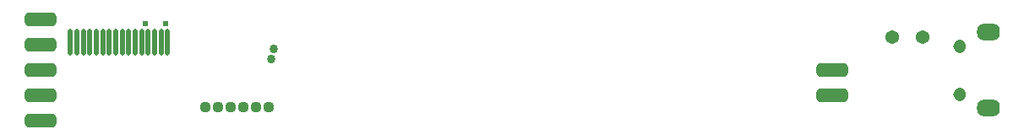
<source format=gbs>
G04*
G04 #@! TF.GenerationSoftware,Altium Limited,Altium Designer,20.1.7 (139)*
G04*
G04 Layer_Color=16711935*
%FSLAX25Y25*%
%MOIN*%
G70*
G04*
G04 #@! TF.SameCoordinates,AE6903BA-CC81-4101-B740-E620CA86DFFE*
G04*
G04*
G04 #@! TF.FilePolarity,Negative*
G04*
G01*
G75*
%ADD35O,0.05000X0.05400*%
G04:AMPARAMS|DCode=36|XSize=90mil|YSize=68mil|CornerRadius=27.2mil|HoleSize=0mil|Usage=FLASHONLY|Rotation=0.000|XOffset=0mil|YOffset=0mil|HoleType=Round|Shape=RoundedRectangle|*
%AMROUNDEDRECTD36*
21,1,0.09000,0.01360,0,0,0.0*
21,1,0.03560,0.06800,0,0,0.0*
1,1,0.05440,0.01780,-0.00680*
1,1,0.05440,-0.01780,-0.00680*
1,1,0.05440,-0.01780,0.00680*
1,1,0.05440,0.01780,0.00680*
%
%ADD36ROUNDEDRECTD36*%
G04:AMPARAMS|DCode=56|XSize=54mil|YSize=124mil|CornerRadius=14.5mil|HoleSize=0mil|Usage=FLASHONLY|Rotation=270.000|XOffset=0mil|YOffset=0mil|HoleType=Round|Shape=RoundedRectangle|*
%AMROUNDEDRECTD56*
21,1,0.05400,0.09500,0,0,270.0*
21,1,0.02500,0.12400,0,0,270.0*
1,1,0.02900,-0.04750,-0.01250*
1,1,0.02900,-0.04750,0.01250*
1,1,0.02900,0.04750,0.01250*
1,1,0.02900,0.04750,-0.01250*
%
%ADD56ROUNDEDRECTD56*%
%ADD63C,0.05400*%
%ADD64C,0.04400*%
%ADD65C,0.02400*%
G04:AMPARAMS|DCode=66|XSize=20mil|YSize=104mil|CornerRadius=6mil|HoleSize=0mil|Usage=FLASHONLY|Rotation=180.000|XOffset=0mil|YOffset=0mil|HoleType=Round|Shape=RoundedRectangle|*
%AMROUNDEDRECTD66*
21,1,0.02000,0.09200,0,0,180.0*
21,1,0.00800,0.10400,0,0,180.0*
1,1,0.01200,-0.00400,0.04600*
1,1,0.01200,0.00400,0.04600*
1,1,0.01200,0.00400,-0.04600*
1,1,0.01200,-0.00400,-0.04600*
%
%ADD66ROUNDEDRECTD66*%
%ADD67C,0.03400*%
D35*
X372700Y34106D02*
D03*
Y15106D02*
D03*
D36*
X384000Y9706D02*
D03*
Y39506D02*
D03*
D56*
X322500Y24606D02*
D03*
Y14606D02*
D03*
X10000Y44606D02*
D03*
Y34606D02*
D03*
Y24606D02*
D03*
Y14606D02*
D03*
Y4606D02*
D03*
D63*
X357906Y37606D02*
D03*
X346094D02*
D03*
D64*
X85000Y10106D02*
D03*
X90000Y10106D02*
D03*
X95000Y10106D02*
D03*
X100000Y10106D02*
D03*
X80000Y10106D02*
D03*
X75000Y10106D02*
D03*
D65*
X59500Y43106D02*
D03*
X51500D02*
D03*
D66*
X42279Y35669D02*
D03*
X47398D02*
D03*
X34602D02*
D03*
X21807D02*
D03*
X26925D02*
D03*
X29484D02*
D03*
X37161D02*
D03*
X39720D02*
D03*
X44839D02*
D03*
X52516D02*
D03*
X55075D02*
D03*
X60193D02*
D03*
X24366D02*
D03*
X32043D02*
D03*
X49957D02*
D03*
X57634D02*
D03*
D67*
X101000Y29106D02*
D03*
X102000Y32906D02*
D03*
M02*

</source>
